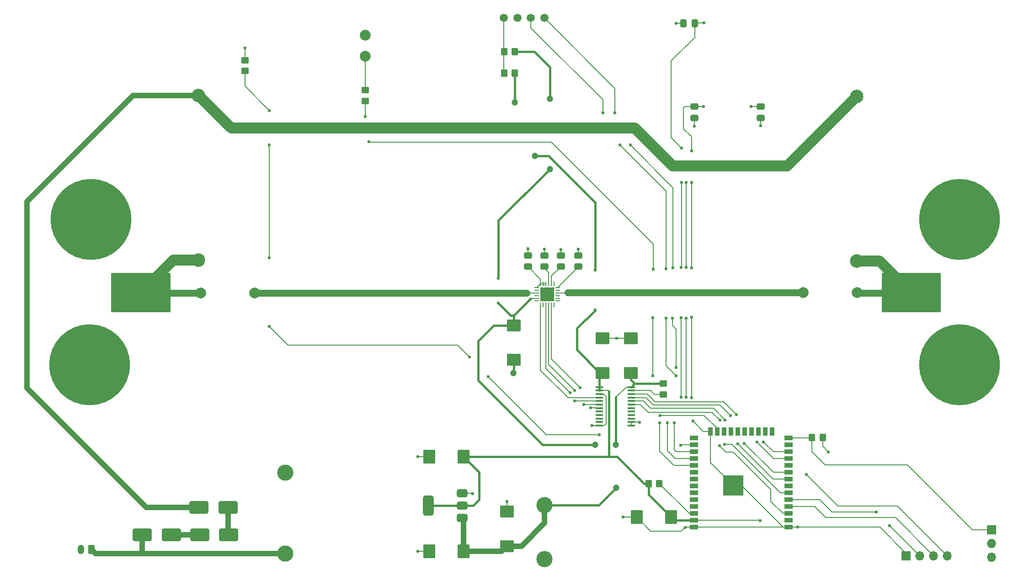
<source format=gbr>
G04 #@! TF.GenerationSoftware,KiCad,Pcbnew,8.0.1*
G04 #@! TF.CreationDate,2024-07-09T16:40:46+03:00*
G04 #@! TF.ProjectId,UA-1_v2,55412d31-5f76-4322-9e6b-696361645f70,rev?*
G04 #@! TF.SameCoordinates,Original*
G04 #@! TF.FileFunction,Copper,L2,Bot*
G04 #@! TF.FilePolarity,Positive*
%FSLAX46Y46*%
G04 Gerber Fmt 4.6, Leading zero omitted, Abs format (unit mm)*
G04 Created by KiCad (PCBNEW 8.0.1) date 2024-07-09 16:40:46*
%MOMM*%
%LPD*%
G01*
G04 APERTURE LIST*
G04 Aperture macros list*
%AMRoundRect*
0 Rectangle with rounded corners*
0 $1 Rounding radius*
0 $2 $3 $4 $5 $6 $7 $8 $9 X,Y pos of 4 corners*
0 Add a 4 corners polygon primitive as box body*
4,1,4,$2,$3,$4,$5,$6,$7,$8,$9,$2,$3,0*
0 Add four circle primitives for the rounded corners*
1,1,$1+$1,$2,$3*
1,1,$1+$1,$4,$5*
1,1,$1+$1,$6,$7*
1,1,$1+$1,$8,$9*
0 Add four rect primitives between the rounded corners*
20,1,$1+$1,$2,$3,$4,$5,0*
20,1,$1+$1,$4,$5,$6,$7,0*
20,1,$1+$1,$6,$7,$8,$9,0*
20,1,$1+$1,$8,$9,$2,$3,0*%
G04 Aperture macros list end*
G04 #@! TA.AperFunction,Conductor*
%ADD10C,0.200000*%
G04 #@! TD*
G04 #@! TA.AperFunction,ComponentPad*
%ADD11R,1.700000X1.700000*%
G04 #@! TD*
G04 #@! TA.AperFunction,ComponentPad*
%ADD12O,1.700000X1.700000*%
G04 #@! TD*
G04 #@! TA.AperFunction,ComponentPad*
%ADD13C,3.000000*%
G04 #@! TD*
G04 #@! TA.AperFunction,ComponentPad*
%ADD14C,1.500000*%
G04 #@! TD*
G04 #@! TA.AperFunction,ComponentPad*
%ADD15C,2.000000*%
G04 #@! TD*
G04 #@! TA.AperFunction,ComponentPad*
%ADD16RoundRect,0.250000X0.350000X0.625000X-0.350000X0.625000X-0.350000X-0.625000X0.350000X-0.625000X0*%
G04 #@! TD*
G04 #@! TA.AperFunction,ComponentPad*
%ADD17O,1.200000X1.750000*%
G04 #@! TD*
G04 #@! TA.AperFunction,SMDPad,CuDef*
%ADD18RoundRect,0.250000X0.450000X-0.350000X0.450000X0.350000X-0.450000X0.350000X-0.450000X-0.350000X0*%
G04 #@! TD*
G04 #@! TA.AperFunction,SMDPad,CuDef*
%ADD19RoundRect,0.250000X-1.500000X-0.900000X1.500000X-0.900000X1.500000X0.900000X-1.500000X0.900000X0*%
G04 #@! TD*
G04 #@! TA.AperFunction,SMDPad,CuDef*
%ADD20RoundRect,0.250000X-0.475000X0.337500X-0.475000X-0.337500X0.475000X-0.337500X0.475000X0.337500X0*%
G04 #@! TD*
G04 #@! TA.AperFunction,SMDPad,CuDef*
%ADD21RoundRect,0.250000X0.875000X1.025000X-0.875000X1.025000X-0.875000X-1.025000X0.875000X-1.025000X0*%
G04 #@! TD*
G04 #@! TA.AperFunction,SMDPad,CuDef*
%ADD22RoundRect,0.250000X0.350000X0.450000X-0.350000X0.450000X-0.350000X-0.450000X0.350000X-0.450000X0*%
G04 #@! TD*
G04 #@! TA.AperFunction,SMDPad,CuDef*
%ADD23RoundRect,0.250000X0.475000X-0.337500X0.475000X0.337500X-0.475000X0.337500X-0.475000X-0.337500X0*%
G04 #@! TD*
G04 #@! TA.AperFunction,SMDPad,CuDef*
%ADD24RoundRect,0.250000X1.025000X-0.875000X1.025000X0.875000X-1.025000X0.875000X-1.025000X-0.875000X0*%
G04 #@! TD*
G04 #@! TA.AperFunction,SMDPad,CuDef*
%ADD25RoundRect,0.250000X-0.350000X-0.450000X0.350000X-0.450000X0.350000X0.450000X-0.350000X0.450000X0*%
G04 #@! TD*
G04 #@! TA.AperFunction,SMDPad,CuDef*
%ADD26RoundRect,0.250000X1.500000X0.900000X-1.500000X0.900000X-1.500000X-0.900000X1.500000X-0.900000X0*%
G04 #@! TD*
G04 #@! TA.AperFunction,SMDPad,CuDef*
%ADD27R,1.500000X0.900000*%
G04 #@! TD*
G04 #@! TA.AperFunction,SMDPad,CuDef*
%ADD28R,0.900000X1.500000*%
G04 #@! TD*
G04 #@! TA.AperFunction,SMDPad,CuDef*
%ADD29R,0.900000X0.900000*%
G04 #@! TD*
G04 #@! TA.AperFunction,HeatsinkPad*
%ADD30C,0.600000*%
G04 #@! TD*
G04 #@! TA.AperFunction,SMDPad,CuDef*
%ADD31R,3.800000X3.800000*%
G04 #@! TD*
G04 #@! TA.AperFunction,SMDPad,CuDef*
%ADD32RoundRect,0.375000X0.625000X0.375000X-0.625000X0.375000X-0.625000X-0.375000X0.625000X-0.375000X0*%
G04 #@! TD*
G04 #@! TA.AperFunction,SMDPad,CuDef*
%ADD33RoundRect,0.500000X0.500000X1.400000X-0.500000X1.400000X-0.500000X-1.400000X0.500000X-1.400000X0*%
G04 #@! TD*
G04 #@! TA.AperFunction,SMDPad,CuDef*
%ADD34RoundRect,0.062500X-0.350000X-0.062500X0.350000X-0.062500X0.350000X0.062500X-0.350000X0.062500X0*%
G04 #@! TD*
G04 #@! TA.AperFunction,SMDPad,CuDef*
%ADD35RoundRect,0.062500X-0.062500X-0.350000X0.062500X-0.350000X0.062500X0.350000X-0.062500X0.350000X0*%
G04 #@! TD*
G04 #@! TA.AperFunction,HeatsinkPad*
%ADD36C,0.500000*%
G04 #@! TD*
G04 #@! TA.AperFunction,HeatsinkPad*
%ADD37R,2.600000X2.600000*%
G04 #@! TD*
G04 #@! TA.AperFunction,ComponentPad*
%ADD38C,2.500000*%
G04 #@! TD*
G04 #@! TA.AperFunction,SMDPad,CuDef*
%ADD39RoundRect,0.250000X0.337500X0.475000X-0.337500X0.475000X-0.337500X-0.475000X0.337500X-0.475000X0*%
G04 #@! TD*
G04 #@! TA.AperFunction,SMDPad,CuDef*
%ADD40RoundRect,0.250000X-1.025000X0.875000X-1.025000X-0.875000X1.025000X-0.875000X1.025000X0.875000X0*%
G04 #@! TD*
G04 #@! TA.AperFunction,SMDPad,CuDef*
%ADD41R,1.475000X0.450000*%
G04 #@! TD*
G04 #@! TA.AperFunction,ViaPad*
%ADD42C,15.000000*%
G04 #@! TD*
G04 #@! TA.AperFunction,ViaPad*
%ADD43C,0.600000*%
G04 #@! TD*
G04 #@! TA.AperFunction,ViaPad*
%ADD44C,1.200000*%
G04 #@! TD*
G04 #@! TA.AperFunction,ViaPad*
%ADD45C,5.000000*%
G04 #@! TD*
G04 #@! TA.AperFunction,Conductor*
%ADD46C,0.400000*%
G04 #@! TD*
G04 #@! TA.AperFunction,Conductor*
%ADD47C,1.300000*%
G04 #@! TD*
G04 #@! TA.AperFunction,Conductor*
%ADD48C,2.000000*%
G04 #@! TD*
G04 #@! TA.AperFunction,Conductor*
%ADD49C,1.000000*%
G04 #@! TD*
G04 APERTURE END LIST*
D10*
X217500000Y-87100000D02*
X228300000Y-87100000D01*
X228300000Y-94200000D01*
X217500000Y-94200000D01*
X217500000Y-87100000D01*
G04 #@! TA.AperFunction,Conductor*
G36*
X217500000Y-87100000D02*
G01*
X228300000Y-87100000D01*
X228300000Y-94200000D01*
X217500000Y-94200000D01*
X217500000Y-87100000D01*
G37*
G04 #@! TD.AperFunction*
X74800000Y-87100000D02*
X85600000Y-87100000D01*
X85600000Y-94200000D01*
X74800000Y-94200000D01*
X74800000Y-87100000D01*
G04 #@! TA.AperFunction,Conductor*
G36*
X74800000Y-87100000D02*
G01*
X85600000Y-87100000D01*
X85600000Y-94200000D01*
X74800000Y-94200000D01*
X74800000Y-87100000D01*
G37*
G04 #@! TD.AperFunction*
D11*
X237800000Y-134575000D03*
D12*
X237800000Y-137115000D03*
X237800000Y-139655000D03*
D13*
X107000000Y-139000000D03*
X107000000Y-124000000D03*
X155000000Y-130000000D03*
X155000000Y-140000000D03*
D14*
X147450000Y-39750000D03*
X149950000Y-39750000D03*
X152450000Y-39750000D03*
X154950000Y-39750000D03*
D15*
X121800000Y-42950000D03*
X121800000Y-46900000D03*
D16*
X71100000Y-138250000D03*
D17*
X69100000Y-138250000D03*
D11*
X221980000Y-139400000D03*
D12*
X224520000Y-139400000D03*
X227060000Y-139400000D03*
X229600000Y-139400000D03*
D18*
X177000000Y-109500000D03*
X177000000Y-107500000D03*
D19*
X80500000Y-135500000D03*
X85900000Y-135500000D03*
D20*
X182750000Y-56212500D03*
X182750000Y-58287500D03*
D15*
X212850000Y-90650000D03*
X202850000Y-90650000D03*
D21*
X178450000Y-132250000D03*
X172050000Y-132250000D03*
D22*
X149500000Y-46000000D03*
X147500000Y-46000000D03*
D23*
X158000000Y-85837500D03*
X158000000Y-83762500D03*
D24*
X171000000Y-105500000D03*
X171000000Y-99100000D03*
D25*
X174250000Y-126000000D03*
X176250000Y-126000000D03*
D23*
X155000000Y-85837500D03*
X155000000Y-83762500D03*
D26*
X96400000Y-130400000D03*
X91000000Y-130400000D03*
D24*
X148000000Y-137600000D03*
X148000000Y-131200000D03*
D27*
X182650000Y-134105000D03*
X182650000Y-132835000D03*
X182650000Y-131565000D03*
X182650000Y-130295000D03*
X182650000Y-129025000D03*
X182650000Y-127755000D03*
X182650000Y-126485000D03*
X182650000Y-125215000D03*
X182650000Y-123945000D03*
X182650000Y-122675000D03*
X182650000Y-121405000D03*
X182650000Y-120135000D03*
X182650000Y-118865000D03*
X182650000Y-117595000D03*
D28*
X185690000Y-116345000D03*
X186960000Y-116345000D03*
X188230000Y-116345000D03*
X189500000Y-116345000D03*
X190770000Y-116345000D03*
X192040000Y-116345000D03*
X193310000Y-116345000D03*
X194580000Y-116345000D03*
X195850000Y-116345000D03*
X197120000Y-116345000D03*
D27*
X200150000Y-117595000D03*
X200150000Y-118865000D03*
X200150000Y-120135000D03*
X200150000Y-121405000D03*
X200150000Y-122675000D03*
X200150000Y-123945000D03*
X200150000Y-125215000D03*
X200150000Y-126485000D03*
X200150000Y-127755000D03*
X200150000Y-129025000D03*
X200150000Y-130295000D03*
X200150000Y-131565000D03*
X200150000Y-132835000D03*
X200150000Y-134105000D03*
D29*
X188500000Y-124985000D03*
D30*
X188500000Y-125685000D03*
D29*
X188500000Y-126385000D03*
D30*
X188500000Y-127085000D03*
D29*
X188500000Y-127785000D03*
D30*
X189200000Y-124985000D03*
X189200000Y-126385000D03*
X189200000Y-127785000D03*
X189875000Y-125685000D03*
X189875000Y-127085000D03*
D29*
X189900000Y-124985000D03*
X189900000Y-126385000D03*
D31*
X189900000Y-126385000D03*
D29*
X189900000Y-127785000D03*
D30*
X190600000Y-124985000D03*
X190600000Y-126385000D03*
X190600000Y-127785000D03*
D29*
X191300000Y-124985000D03*
D30*
X191300000Y-125685000D03*
D29*
X191300000Y-126385000D03*
D30*
X191300000Y-127085000D03*
D29*
X191300000Y-127785000D03*
D19*
X91100000Y-135500000D03*
X96500000Y-135500000D03*
D32*
X139750000Y-127800000D03*
X139750000Y-130100000D03*
D33*
X133450000Y-130100000D03*
D32*
X139750000Y-132400000D03*
D34*
X153562500Y-92200000D03*
X153562500Y-91700000D03*
X153562500Y-91200000D03*
X153562500Y-90700000D03*
X153562500Y-90200000D03*
X153562500Y-89700000D03*
D35*
X154250000Y-89012500D03*
X154750000Y-89012500D03*
X155250000Y-89012500D03*
X155750000Y-89012500D03*
X156250000Y-89012500D03*
X156750000Y-89012500D03*
D34*
X157437500Y-89700000D03*
X157437500Y-90200000D03*
X157437500Y-90700000D03*
X157437500Y-91200000D03*
X157437500Y-91700000D03*
X157437500Y-92200000D03*
D35*
X156750000Y-92887500D03*
X156250000Y-92887500D03*
X155750000Y-92887500D03*
X155250000Y-92887500D03*
X154750000Y-92887500D03*
X154250000Y-92887500D03*
D36*
X154450000Y-89900000D03*
X154450000Y-90950000D03*
X154450000Y-92000000D03*
X155500000Y-89900000D03*
X155500000Y-90950000D03*
D37*
X155500000Y-90950000D03*
D36*
X155500000Y-92000000D03*
X156550000Y-89900000D03*
X156550000Y-90950000D03*
X156550000Y-92000000D03*
D18*
X121800000Y-55150000D03*
X121800000Y-53150000D03*
D38*
X90850000Y-84595000D03*
X90850000Y-54115000D03*
D21*
X140000000Y-138600000D03*
X133600000Y-138600000D03*
D18*
X99500000Y-49600000D03*
X99500000Y-47600000D03*
D39*
X182787500Y-40750000D03*
X180712500Y-40750000D03*
D24*
X165700000Y-105500000D03*
X165700000Y-99100000D03*
D38*
X212800000Y-84795000D03*
X212800000Y-54315000D03*
D40*
X149300000Y-96700000D03*
X149300000Y-103100000D03*
D23*
X161200000Y-85837500D03*
X161200000Y-83762500D03*
D25*
X204500000Y-117500000D03*
X206500000Y-117500000D03*
D41*
X171038000Y-108125000D03*
X171038000Y-108775000D03*
X171038000Y-109425000D03*
X171038000Y-110075000D03*
X171038000Y-110725000D03*
X171038000Y-111375000D03*
X171038000Y-112025000D03*
X171038000Y-112675000D03*
X171038000Y-113325000D03*
X171038000Y-113975000D03*
X171038000Y-114625000D03*
X171038000Y-115275000D03*
X165162000Y-115275000D03*
X165162000Y-114625000D03*
X165162000Y-113975000D03*
X165162000Y-113325000D03*
X165162000Y-112675000D03*
X165162000Y-112025000D03*
X165162000Y-111375000D03*
X165162000Y-110725000D03*
X165162000Y-110075000D03*
X165162000Y-109425000D03*
X165162000Y-108775000D03*
X165162000Y-108125000D03*
D20*
X195000000Y-56212500D03*
X195000000Y-58287500D03*
D23*
X151900000Y-85837500D03*
X151900000Y-83762500D03*
D15*
X101300000Y-90750000D03*
X91300000Y-90750000D03*
D25*
X147500000Y-50000000D03*
X149500000Y-50000000D03*
D21*
X140000000Y-121000000D03*
X133600000Y-121000000D03*
D42*
X71012461Y-77119461D03*
X231812461Y-104019461D03*
D43*
X161200000Y-82600000D03*
D44*
X149250000Y-105550000D03*
D43*
X179350000Y-40750000D03*
X158000000Y-82650000D03*
X169550000Y-132200000D03*
X163750000Y-115300000D03*
X155000000Y-82600000D03*
X181050000Y-134150000D03*
D42*
X231812461Y-77119461D03*
D43*
X151900000Y-82550000D03*
X131550000Y-138600000D03*
D42*
X70712461Y-104019461D03*
D43*
X148000000Y-129300000D03*
X201850000Y-134100000D03*
X182750000Y-59800000D03*
X131500000Y-121000000D03*
X195000000Y-59700000D03*
X182450000Y-114450000D03*
X172550000Y-114650000D03*
X168350000Y-99100000D03*
X141650000Y-127850000D03*
D45*
X77212461Y-90619461D03*
X83212461Y-90619461D03*
D44*
X168200000Y-118850000D03*
X168250000Y-126800000D03*
X156000000Y-54700000D03*
D43*
X146450000Y-88000000D03*
D44*
X164350000Y-118850000D03*
D43*
X146450000Y-92600000D03*
D44*
X156000000Y-67750000D03*
D43*
X164400000Y-93850000D03*
X203512500Y-124362500D03*
D44*
X153200000Y-65300000D03*
X149500000Y-55450000D03*
D43*
X207575000Y-120175000D03*
X194950000Y-132925000D03*
X164400000Y-86450000D03*
X193250000Y-56200000D03*
X177750000Y-114750000D03*
X181200000Y-95400000D03*
X181200000Y-70200000D03*
X181200000Y-86000000D03*
X181200000Y-110050000D03*
X182200000Y-64400000D03*
X182200000Y-70250000D03*
X182200000Y-86050000D03*
X184450000Y-56200000D03*
X179000000Y-114800000D03*
X182200000Y-95250000D03*
X182250000Y-110100000D03*
X180350000Y-70200000D03*
X180300000Y-95300000D03*
X184550000Y-40700000D03*
X176300000Y-114750000D03*
X180350000Y-63850000D03*
X180300000Y-110050000D03*
X180300000Y-86000000D03*
D45*
X225912461Y-90719461D03*
X219912461Y-90719461D03*
D43*
X99500000Y-45300000D03*
X194300000Y-118350000D03*
X189400000Y-113450000D03*
X191950000Y-118550000D03*
X188450000Y-114250000D03*
X190800000Y-118700000D03*
X187500000Y-114300000D03*
X160600000Y-110700000D03*
X159750000Y-109150000D03*
X190500000Y-113250000D03*
X195550000Y-118300000D03*
X161550000Y-108250000D03*
X163550000Y-112000000D03*
X162250000Y-111350000D03*
X160600000Y-108750000D03*
X216400000Y-131300000D03*
X218900000Y-133800000D03*
X141050000Y-102550000D03*
X180200000Y-118900000D03*
X104000000Y-56900000D03*
X104000000Y-63250000D03*
X104000000Y-96900000D03*
X104000000Y-84200000D03*
X165100000Y-117000000D03*
X144550000Y-106200000D03*
X175050000Y-106050000D03*
X176400000Y-113400000D03*
X175100000Y-86300000D03*
X122500000Y-62700000D03*
X175050000Y-95300000D03*
X121800000Y-58000000D03*
X187400000Y-119000000D03*
X177500000Y-95350000D03*
X179350000Y-106050000D03*
X168900000Y-63250000D03*
X177500000Y-86200000D03*
X165800000Y-57400000D03*
X170850000Y-63300000D03*
X178800000Y-86100000D03*
X168050000Y-57350000D03*
X178700000Y-95400000D03*
X179350000Y-104500000D03*
X188300000Y-118750000D03*
D10*
X121800000Y-46900000D02*
X121800000Y-53150000D01*
X181045000Y-134105000D02*
X181050000Y-134100000D01*
X172050000Y-132250000D02*
X169600000Y-132250000D01*
X182750000Y-58287500D02*
X182750000Y-59800000D01*
X168350000Y-99100000D02*
X165700000Y-99100000D01*
X155000000Y-83762500D02*
X155000000Y-82600000D01*
X163775000Y-115275000D02*
X163750000Y-115300000D01*
X166400000Y-109900000D02*
X165925000Y-109425000D01*
X169600000Y-132250000D02*
X169550000Y-132200000D01*
X180712500Y-40750000D02*
X179350000Y-40750000D01*
X139750000Y-127800000D02*
X139750000Y-127150000D01*
X171038000Y-114625000D02*
X172525000Y-114625000D01*
X200150000Y-134105000D02*
X199200000Y-134105000D01*
X139750000Y-127800000D02*
X141600000Y-127800000D01*
X158000000Y-83762500D02*
X158000000Y-82650000D01*
X133600000Y-121000000D02*
X131500000Y-121000000D01*
X182450000Y-114450000D02*
X184345000Y-116345000D01*
X185690000Y-122175000D02*
X189900000Y-126385000D01*
X191480000Y-126385000D02*
X189900000Y-126385000D01*
X151900000Y-83762500D02*
X151900000Y-82550000D01*
X172525000Y-114625000D02*
X172550000Y-114650000D01*
X171038000Y-115275000D02*
X171038000Y-114625000D01*
X166400000Y-114974500D02*
X166400000Y-109900000D01*
X217105000Y-134105000D02*
X201855000Y-134105000D01*
X165162000Y-115275000D02*
X163775000Y-115275000D01*
D46*
X149300000Y-103100000D02*
X149300000Y-105500000D01*
D10*
X201845000Y-134105000D02*
X200150000Y-134105000D01*
X185690000Y-116345000D02*
X185690000Y-122175000D01*
X181000000Y-134150000D02*
X180300000Y-134850000D01*
X195000000Y-58287500D02*
X195000000Y-59700000D01*
X182650000Y-134105000D02*
X200150000Y-134105000D01*
X182650000Y-134105000D02*
X181045000Y-134105000D01*
X166099500Y-115275000D02*
X166400000Y-114974500D01*
X133600000Y-138600000D02*
X131550000Y-138600000D01*
X148000000Y-131200000D02*
X148000000Y-129300000D01*
X184345000Y-116345000D02*
X185690000Y-116345000D01*
X180300000Y-134850000D02*
X174650000Y-134850000D01*
X149300000Y-105500000D02*
X149250000Y-105550000D01*
X201850000Y-134100000D02*
X201845000Y-134105000D01*
X171000000Y-99100000D02*
X168350000Y-99100000D01*
X221980000Y-139400000D02*
X221980000Y-138980000D01*
X161200000Y-83762500D02*
X161200000Y-82600000D01*
X174650000Y-134850000D02*
X172050000Y-132250000D01*
X165162000Y-115275000D02*
X166099500Y-115275000D01*
X141600000Y-127800000D02*
X141650000Y-127850000D01*
X201855000Y-134105000D02*
X201850000Y-134100000D01*
X165925000Y-109425000D02*
X165162000Y-109425000D01*
X221980000Y-138980000D02*
X217105000Y-134105000D01*
X181050000Y-134100000D02*
X181050000Y-134150000D01*
X199200000Y-134105000D02*
X191480000Y-126385000D01*
X181050000Y-134150000D02*
X181000000Y-134150000D01*
X151700000Y-90750000D02*
X151750000Y-90700000D01*
X151750000Y-90700000D02*
X153562500Y-90700000D01*
D47*
X101300000Y-90750000D02*
X151700000Y-90750000D01*
X91300000Y-90750000D02*
X83343000Y-90750000D01*
D10*
X83212461Y-90619461D02*
X77212461Y-90619461D01*
X83343000Y-90750000D02*
X83212461Y-90619461D01*
D48*
X86255000Y-84595000D02*
X80200000Y-90650000D01*
X90850000Y-84595000D02*
X86255000Y-84595000D01*
D46*
X156000000Y-54700000D02*
X156000000Y-48900000D01*
D10*
X168250000Y-126800000D02*
X168200000Y-126800000D01*
D46*
X148700000Y-94850000D02*
X149300000Y-94850000D01*
X156000000Y-48900000D02*
X153100000Y-46000000D01*
X171663000Y-107500000D02*
X171038000Y-108125000D01*
D10*
X170100500Y-108125000D02*
X171038000Y-108125000D01*
D46*
X155000000Y-130000000D02*
X165050000Y-130000000D01*
X153100000Y-46000000D02*
X149500000Y-46000000D01*
X142700000Y-99600000D02*
X145600000Y-96700000D01*
X146450000Y-92600000D02*
X148700000Y-94850000D01*
D49*
X140000000Y-138600000D02*
X147000000Y-138600000D01*
D46*
X164350000Y-118850000D02*
X154650000Y-118850000D01*
X146450000Y-77300000D02*
X146450000Y-88000000D01*
X168200000Y-118850000D02*
X168200000Y-110025500D01*
D49*
X148000000Y-137600000D02*
X150700000Y-137600000D01*
X155000000Y-133300000D02*
X155000000Y-130000000D01*
D46*
X165050000Y-130000000D02*
X168250000Y-126800000D01*
X142700000Y-106900000D02*
X142700000Y-99600000D01*
D49*
X140000000Y-138600000D02*
X140000000Y-132650000D01*
D10*
X168200000Y-110025500D02*
X170100500Y-108125000D01*
D49*
X147000000Y-138600000D02*
X148000000Y-137600000D01*
D46*
X145600000Y-96700000D02*
X149300000Y-96700000D01*
X177000000Y-107500000D02*
X171663000Y-107500000D01*
D49*
X150700000Y-137600000D02*
X155000000Y-133300000D01*
D46*
X156000000Y-67750000D02*
X146450000Y-77300000D01*
X154650000Y-118850000D02*
X142700000Y-106900000D01*
D10*
X152450000Y-91700000D02*
X153562500Y-91700000D01*
D46*
X171000000Y-106837000D02*
X171663000Y-107500000D01*
X149300000Y-94850000D02*
X152450000Y-91700000D01*
X171000000Y-105500000D02*
X171000000Y-106837000D01*
D10*
X140000000Y-132650000D02*
X139750000Y-132400000D01*
D46*
X149300000Y-96700000D02*
X149300000Y-94850000D01*
D10*
X206500000Y-119100000D02*
X206500000Y-117500000D01*
D46*
X140000000Y-121000000D02*
X166950000Y-121000000D01*
X161000000Y-101250000D02*
X161000000Y-97250000D01*
X155700000Y-65300000D02*
X153200000Y-65300000D01*
X166950000Y-121000000D02*
X168400000Y-121000000D01*
X133450000Y-130100000D02*
X139750000Y-130100000D01*
X139750000Y-130100000D02*
X141800000Y-130100000D01*
X165162000Y-108775000D02*
X165162000Y-106038000D01*
X164400000Y-86450000D02*
X164400000Y-74000000D01*
X161000000Y-97250000D02*
X164350000Y-93900000D01*
X174250000Y-128050000D02*
X178450000Y-132250000D01*
X141800000Y-130100000D02*
X142900000Y-129000000D01*
X142900000Y-123900000D02*
X140000000Y-121000000D01*
X173400000Y-126000000D02*
X174250000Y-126000000D01*
X179035000Y-132835000D02*
X182650000Y-132835000D01*
D10*
X220350000Y-130150000D02*
X209300000Y-130150000D01*
D46*
X165250000Y-105500000D02*
X161000000Y-101250000D01*
X164350000Y-93900000D02*
X164400000Y-93850000D01*
D10*
X166775000Y-108775000D02*
X166950000Y-108950000D01*
D46*
X168475000Y-121075000D02*
X173400000Y-126000000D01*
D10*
X229600000Y-139400000D02*
X220350000Y-130150000D01*
D46*
X164400000Y-86400000D02*
X164400000Y-86450000D01*
D10*
X165162000Y-106038000D02*
X165700000Y-105500000D01*
D46*
X174250000Y-126000000D02*
X174250000Y-128050000D01*
X166950000Y-108950000D02*
X166950000Y-121000000D01*
X142900000Y-129000000D02*
X142900000Y-123900000D01*
D10*
X165700000Y-105500000D02*
X165250000Y-105500000D01*
D46*
X149500000Y-55450000D02*
X149500000Y-50000000D01*
X164400000Y-74000000D02*
X155700000Y-65300000D01*
D10*
X165162000Y-108125000D02*
X165162000Y-108775000D01*
X178450000Y-132250000D02*
X179035000Y-132835000D01*
X207575000Y-120175000D02*
X206500000Y-119100000D01*
X209300000Y-130150000D02*
X203512500Y-124362500D01*
X168400000Y-121000000D02*
X168475000Y-121075000D01*
X165162000Y-108775000D02*
X166775000Y-108775000D01*
X194860000Y-132835000D02*
X194950000Y-132925000D01*
X182650000Y-132835000D02*
X194860000Y-132835000D01*
X154750000Y-89012500D02*
X155250000Y-89012500D01*
X154250000Y-89012500D02*
X153562500Y-89700000D01*
X154250000Y-88187500D02*
X151900000Y-85837500D01*
X154250000Y-89012500D02*
X154750000Y-89012500D01*
X154250000Y-89012500D02*
X154250000Y-88187500D01*
X155750000Y-86900000D02*
X155750000Y-89012500D01*
X155000000Y-86150000D02*
X155750000Y-86900000D01*
X155000000Y-85837500D02*
X155000000Y-86150000D01*
X158000000Y-85837500D02*
X156250000Y-87587500D01*
X156250000Y-87587500D02*
X156250000Y-89012500D01*
X157437500Y-89700000D02*
X161200000Y-85937500D01*
X161200000Y-85937500D02*
X161200000Y-85837500D01*
X181200000Y-109650000D02*
X181200000Y-95350000D01*
X181200000Y-110050000D02*
X181200000Y-109650000D01*
X179205000Y-121405000D02*
X177750000Y-119950000D01*
X177750000Y-114800000D02*
X177750000Y-114750000D01*
X193262500Y-56212500D02*
X193250000Y-56200000D01*
X181200000Y-95350000D02*
X181200000Y-95400000D01*
X177750000Y-119950000D02*
X177750000Y-114800000D01*
X181200000Y-86000000D02*
X181200000Y-70200000D01*
X195000000Y-56212500D02*
X193262500Y-56212500D01*
X182650000Y-121405000D02*
X179205000Y-121405000D01*
X182250000Y-110100000D02*
X182250000Y-95350000D01*
X182200000Y-95300000D02*
X182200000Y-95250000D01*
X182200000Y-61750000D02*
X180750000Y-60300000D01*
X182250000Y-95350000D02*
X182200000Y-95300000D01*
X179385000Y-120135000D02*
X179000000Y-119750000D01*
X180750000Y-60300000D02*
X180750000Y-56250000D01*
X180950000Y-56250000D02*
X180987500Y-56212500D01*
X180987500Y-56212500D02*
X182750000Y-56212500D01*
X179000000Y-119750000D02*
X179000000Y-114800000D01*
X182750000Y-56212500D02*
X184437500Y-56212500D01*
X180750000Y-56250000D02*
X180950000Y-56250000D01*
X182200000Y-64400000D02*
X182200000Y-61750000D01*
X182650000Y-120135000D02*
X179385000Y-120135000D01*
X182200000Y-86050000D02*
X182200000Y-70250000D01*
X184437500Y-56212500D02*
X184450000Y-56200000D01*
X180300000Y-110050000D02*
X180300000Y-95400000D01*
X180350000Y-85900000D02*
X180350000Y-85600000D01*
X178400000Y-47750000D02*
X182787500Y-43362500D01*
X180350000Y-63850000D02*
X178400000Y-61900000D01*
X182837500Y-40700000D02*
X182787500Y-40750000D01*
X180300000Y-95400000D02*
X180300000Y-95300000D01*
X178925000Y-122675000D02*
X176300000Y-120050000D01*
X180300000Y-85950000D02*
X180350000Y-85900000D01*
X180350000Y-85600000D02*
X180350000Y-70200000D01*
X176300000Y-120050000D02*
X176300000Y-114750000D01*
X180300000Y-86000000D02*
X180300000Y-85950000D01*
X178400000Y-61900000D02*
X178400000Y-47750000D01*
X182787500Y-43362500D02*
X182787500Y-40750000D01*
X184550000Y-40700000D02*
X182837500Y-40700000D01*
X182650000Y-122675000D02*
X178925000Y-122675000D01*
D47*
X202850000Y-90650000D02*
X159300000Y-90650000D01*
D10*
X159250000Y-90700000D02*
X157437500Y-90700000D01*
X159300000Y-90650000D02*
X159250000Y-90700000D01*
X219893000Y-90700000D02*
X219912461Y-90719461D01*
D47*
X212850000Y-90650000D02*
X212900000Y-90700000D01*
D48*
X217045000Y-84795000D02*
X222900000Y-90650000D01*
D47*
X212900000Y-90700000D02*
X219893000Y-90700000D01*
D48*
X212800000Y-84795000D02*
X217045000Y-84795000D01*
D49*
X91100000Y-135500000D02*
X85900000Y-135500000D01*
X107000000Y-139000000D02*
X80550000Y-139000000D01*
X80500000Y-135500000D02*
X80500000Y-138950000D01*
X80550000Y-139000000D02*
X71850000Y-139000000D01*
D10*
X80500000Y-138950000D02*
X80550000Y-139000000D01*
D49*
X71850000Y-139000000D02*
X71100000Y-138250000D01*
X96400000Y-130400000D02*
X96400000Y-135400000D01*
D10*
X96400000Y-135400000D02*
X96500000Y-135500000D01*
D49*
X81200000Y-130400000D02*
X59150000Y-108350000D01*
D48*
X199915000Y-67200000D02*
X212800000Y-54315000D01*
X96935000Y-60200000D02*
X171700000Y-60200000D01*
D10*
X59150000Y-108350000D02*
X59150000Y-108200000D01*
D48*
X171700000Y-60200000D02*
X178700000Y-67200000D01*
D49*
X59150000Y-108200000D02*
X59150000Y-73750000D01*
X91000000Y-130400000D02*
X81200000Y-130400000D01*
D48*
X90850000Y-54115000D02*
X96935000Y-60200000D01*
D49*
X78785000Y-54115000D02*
X90850000Y-54115000D01*
D48*
X178700000Y-67200000D02*
X199915000Y-67200000D01*
D49*
X59150000Y-73750000D02*
X78785000Y-54115000D01*
D10*
X99500000Y-47600000D02*
X99500000Y-45300000D01*
X159375000Y-110075000D02*
X165162000Y-110075000D01*
X159350000Y-110100000D02*
X159375000Y-110075000D01*
X154250000Y-92887500D02*
X154250000Y-105000000D01*
X154250000Y-105000000D02*
X159350000Y-110100000D01*
X197355000Y-121405000D02*
X194300000Y-118350000D01*
X173725000Y-110075000D02*
X171038000Y-110075000D01*
X175150000Y-111500000D02*
X173725000Y-110075000D01*
X187450000Y-111500000D02*
X175150000Y-111500000D01*
X189400000Y-113450000D02*
X187450000Y-111500000D01*
X200150000Y-121405000D02*
X197355000Y-121405000D01*
X186300000Y-112100000D02*
X174600000Y-112100000D01*
X188450000Y-114250000D02*
X186300000Y-112100000D01*
X191960000Y-118550000D02*
X191950000Y-118550000D01*
X197355000Y-123945000D02*
X191960000Y-118550000D01*
X173225000Y-110725000D02*
X171038000Y-110725000D01*
X200150000Y-123945000D02*
X197355000Y-123945000D01*
X174600000Y-112100000D02*
X173225000Y-110725000D01*
X197315000Y-125215000D02*
X190800000Y-118700000D01*
X200150000Y-125215000D02*
X197315000Y-125215000D01*
X186000000Y-112800000D02*
X174150000Y-112800000D01*
X172750000Y-111400000D02*
X172550000Y-111400000D01*
X174150000Y-112800000D02*
X172750000Y-111400000D01*
X187500000Y-114300000D02*
X186000000Y-112800000D01*
X172525000Y-111375000D02*
X171038000Y-111375000D01*
X172550000Y-111400000D02*
X172525000Y-111375000D01*
X175300000Y-109500000D02*
X174575000Y-108775000D01*
X177000000Y-109500000D02*
X175300000Y-109500000D01*
X174575000Y-108775000D02*
X171038000Y-108775000D01*
X160600000Y-110700000D02*
X160625000Y-110725000D01*
X159700000Y-109150000D02*
X159750000Y-109150000D01*
X160625000Y-110725000D02*
X165162000Y-110725000D01*
X155250000Y-92887500D02*
X155250000Y-104700000D01*
X155250000Y-104700000D02*
X159700000Y-109150000D01*
X200150000Y-120135000D02*
X197385000Y-120135000D01*
X188150000Y-110900000D02*
X175500000Y-110900000D01*
X175500000Y-110900000D02*
X174025000Y-109425000D01*
X190500000Y-113250000D02*
X188150000Y-110900000D01*
X197385000Y-120135000D02*
X195550000Y-118300000D01*
X174025000Y-109425000D02*
X171038000Y-109425000D01*
X163550000Y-112000000D02*
X165137000Y-112000000D01*
X156250000Y-92887500D02*
X156250000Y-102950000D01*
X165137000Y-112000000D02*
X165162000Y-112025000D01*
X156250000Y-102950000D02*
X161550000Y-108250000D01*
X163000000Y-111350000D02*
X163025000Y-111375000D01*
X162250000Y-111350000D02*
X163000000Y-111350000D01*
X163025000Y-111375000D02*
X165162000Y-111375000D01*
X155750000Y-103900000D02*
X160600000Y-108750000D01*
X155750000Y-92887500D02*
X155750000Y-103900000D01*
X207000000Y-132300000D02*
X204995000Y-130295000D01*
X227060000Y-139400000D02*
X219960000Y-132300000D01*
X204995000Y-130295000D02*
X200150000Y-130295000D01*
X219960000Y-132300000D02*
X207000000Y-132300000D01*
X216400000Y-131300000D02*
X208200000Y-131300000D01*
X208200000Y-131300000D02*
X205925000Y-129025000D01*
X224520000Y-139400000D02*
X218920000Y-133800000D01*
X218920000Y-133800000D02*
X218900000Y-133800000D01*
X205925000Y-129025000D02*
X200150000Y-129025000D01*
X234225000Y-134575000D02*
X222200000Y-122550000D01*
X204405000Y-117595000D02*
X204500000Y-117500000D01*
X200150000Y-117595000D02*
X204405000Y-117595000D01*
X237800000Y-134575000D02*
X234225000Y-134575000D01*
X204500000Y-120125000D02*
X204500000Y-117500000D01*
X222200000Y-122550000D02*
X206925000Y-122550000D01*
X206925000Y-122550000D02*
X204500000Y-120125000D01*
X176250000Y-126000000D02*
X181815000Y-131565000D01*
X181815000Y-131565000D02*
X182650000Y-131565000D01*
X147450000Y-39750000D02*
X147450000Y-49950000D01*
X147450000Y-49950000D02*
X147500000Y-50000000D01*
X104000000Y-84100000D02*
X104000000Y-63250000D01*
X182650000Y-118865000D02*
X180235000Y-118865000D01*
X155350000Y-117000000D02*
X144550000Y-106200000D01*
X99500000Y-52400000D02*
X99500000Y-49600000D01*
X107450000Y-100350000D02*
X104000000Y-96900000D01*
X180235000Y-118865000D02*
X180200000Y-118900000D01*
X104000000Y-84200000D02*
X104000000Y-84100000D01*
X112350000Y-100350000D02*
X107450000Y-100350000D01*
X104000000Y-56900000D02*
X99500000Y-52400000D01*
X138850000Y-100350000D02*
X112350000Y-100350000D01*
X165100000Y-117000000D02*
X155350000Y-117000000D01*
X141050000Y-102550000D02*
X138850000Y-100350000D01*
X121800000Y-58000000D02*
X121800000Y-55150000D01*
X182850000Y-113400000D02*
X184545000Y-113400000D01*
X175100000Y-81650000D02*
X160950000Y-67500000D01*
X182800000Y-113400000D02*
X176400000Y-113400000D01*
X175100000Y-86300000D02*
X175100000Y-81650000D01*
X175050000Y-106050000D02*
X175050000Y-95300000D01*
X160950000Y-67500000D02*
X156200000Y-62750000D01*
X122550000Y-62750000D02*
X122500000Y-62700000D01*
X184545000Y-113400000D02*
X186960000Y-115815000D01*
X186960000Y-115815000D02*
X186960000Y-116345000D01*
X147250000Y-62750000D02*
X122550000Y-62750000D01*
X182850000Y-113400000D02*
X182800000Y-113400000D01*
X156200000Y-62750000D02*
X147250000Y-62750000D01*
X189950000Y-120200000D02*
X188600000Y-120200000D01*
X177500000Y-71850000D02*
X168900000Y-63250000D01*
X196900000Y-129300000D02*
X196900000Y-127150000D01*
X165800000Y-57400000D02*
X165800000Y-54950000D01*
X199165000Y-131565000D02*
X196900000Y-129300000D01*
X196900000Y-127150000D02*
X189950000Y-120200000D01*
X165800000Y-54950000D02*
X152450000Y-41600000D01*
X177500000Y-104200000D02*
X177500000Y-95350000D01*
X179350000Y-106050000D02*
X177500000Y-104200000D01*
X188600000Y-120200000D02*
X187400000Y-119000000D01*
X152450000Y-41600000D02*
X152450000Y-39750000D01*
X177500000Y-86200000D02*
X177500000Y-71850000D01*
X200150000Y-131565000D02*
X199165000Y-131565000D01*
X198655000Y-127755000D02*
X189650000Y-118750000D01*
X168050000Y-52850000D02*
X154950000Y-39750000D01*
X179350000Y-104500000D02*
X179350000Y-97400000D01*
X200150000Y-127755000D02*
X198655000Y-127755000D01*
X179350000Y-97400000D02*
X178700000Y-96750000D01*
X178700000Y-96750000D02*
X178700000Y-96400000D01*
X178800000Y-71250000D02*
X170850000Y-63300000D01*
X178700000Y-96400000D02*
X178700000Y-95400000D01*
X178800000Y-86100000D02*
X178800000Y-71250000D01*
X168050000Y-57350000D02*
X168050000Y-52850000D01*
X189650000Y-118750000D02*
X188300000Y-118750000D01*
M02*

</source>
